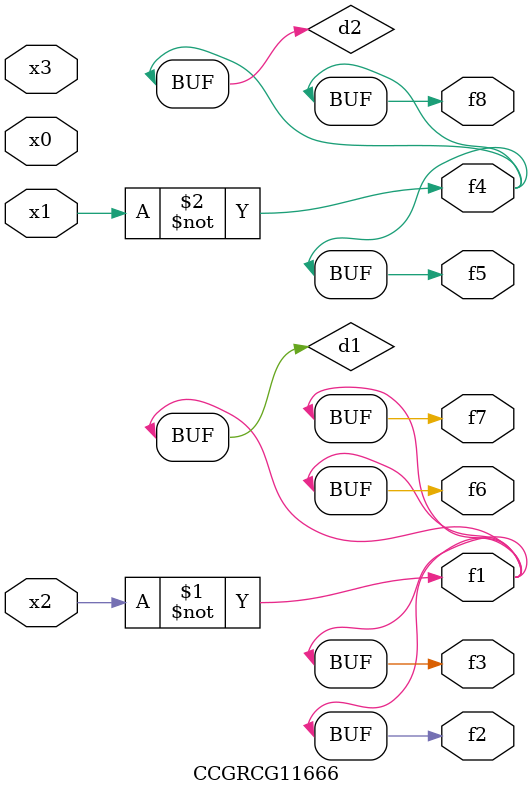
<source format=v>
module CCGRCG11666(
	input x0, x1, x2, x3,
	output f1, f2, f3, f4, f5, f6, f7, f8
);

	wire d1, d2;

	xnor (d1, x2);
	not (d2, x1);
	assign f1 = d1;
	assign f2 = d1;
	assign f3 = d1;
	assign f4 = d2;
	assign f5 = d2;
	assign f6 = d1;
	assign f7 = d1;
	assign f8 = d2;
endmodule

</source>
